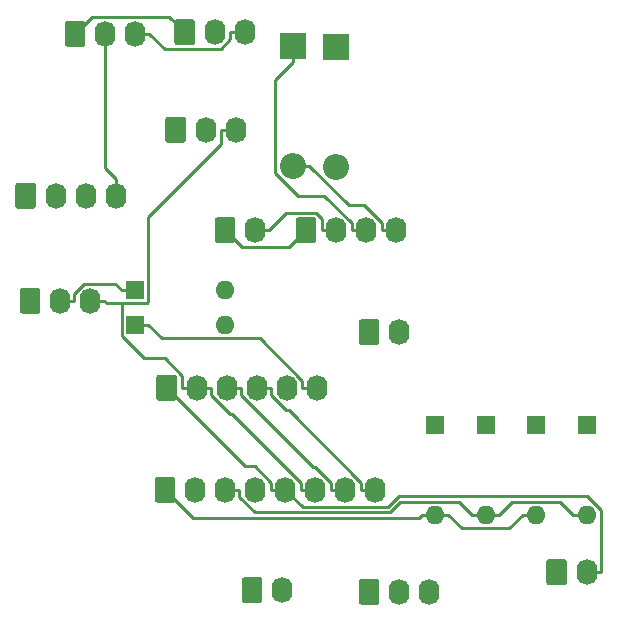
<source format=gbr>
G04 #@! TF.GenerationSoftware,KiCad,Pcbnew,(5.1.5-0-10_14)*
G04 #@! TF.CreationDate,2021-04-18T14:26:12+10:00*
G04 #@! TF.ProjectId,OH - Right Console - 2- Environmental Control System Panel,4f48202d-2052-4696-9768-7420436f6e73,rev?*
G04 #@! TF.SameCoordinates,Original*
G04 #@! TF.FileFunction,Copper,L1,Top*
G04 #@! TF.FilePolarity,Positive*
%FSLAX46Y46*%
G04 Gerber Fmt 4.6, Leading zero omitted, Abs format (unit mm)*
G04 Created by KiCad (PCBNEW (5.1.5-0-10_14)) date 2021-04-18 14:26:12*
%MOMM*%
%LPD*%
G04 APERTURE LIST*
%ADD10O,1.740000X2.200000*%
%ADD11C,0.100000*%
%ADD12O,2.200000X2.200000*%
%ADD13R,2.200000X2.200000*%
%ADD14O,1.600000X1.600000*%
%ADD15R,1.600000X1.600000*%
%ADD16C,0.250000*%
G04 APERTURE END LIST*
D10*
X109855000Y-124460000D03*
G04 #@! TA.AperFunction,ComponentPad*
D11*
G36*
X107959505Y-123361204D02*
G01*
X107983773Y-123364804D01*
X108007572Y-123370765D01*
X108030671Y-123379030D01*
X108052850Y-123389520D01*
X108073893Y-123402132D01*
X108093599Y-123416747D01*
X108111777Y-123433223D01*
X108128253Y-123451401D01*
X108142868Y-123471107D01*
X108155480Y-123492150D01*
X108165970Y-123514329D01*
X108174235Y-123537428D01*
X108180196Y-123561227D01*
X108183796Y-123585495D01*
X108185000Y-123609999D01*
X108185000Y-125310001D01*
X108183796Y-125334505D01*
X108180196Y-125358773D01*
X108174235Y-125382572D01*
X108165970Y-125405671D01*
X108155480Y-125427850D01*
X108142868Y-125448893D01*
X108128253Y-125468599D01*
X108111777Y-125486777D01*
X108093599Y-125503253D01*
X108073893Y-125517868D01*
X108052850Y-125530480D01*
X108030671Y-125540970D01*
X108007572Y-125549235D01*
X107983773Y-125555196D01*
X107959505Y-125558796D01*
X107935001Y-125560000D01*
X106694999Y-125560000D01*
X106670495Y-125558796D01*
X106646227Y-125555196D01*
X106622428Y-125549235D01*
X106599329Y-125540970D01*
X106577150Y-125530480D01*
X106556107Y-125517868D01*
X106536401Y-125503253D01*
X106518223Y-125486777D01*
X106501747Y-125468599D01*
X106487132Y-125448893D01*
X106474520Y-125427850D01*
X106464030Y-125405671D01*
X106455765Y-125382572D01*
X106449804Y-125358773D01*
X106446204Y-125334505D01*
X106445000Y-125310001D01*
X106445000Y-123609999D01*
X106446204Y-123585495D01*
X106449804Y-123561227D01*
X106455765Y-123537428D01*
X106464030Y-123514329D01*
X106474520Y-123492150D01*
X106487132Y-123471107D01*
X106501747Y-123451401D01*
X106518223Y-123433223D01*
X106536401Y-123416747D01*
X106556107Y-123402132D01*
X106577150Y-123389520D01*
X106599329Y-123379030D01*
X106622428Y-123370765D01*
X106646227Y-123364804D01*
X106670495Y-123361204D01*
X106694999Y-123360000D01*
X107935001Y-123360000D01*
X107959505Y-123361204D01*
G37*
G04 #@! TD.AperFunction*
D10*
X109601000Y-115824000D03*
X107061000Y-115824000D03*
X104521000Y-115824000D03*
G04 #@! TA.AperFunction,ComponentPad*
D11*
G36*
X102625505Y-114725204D02*
G01*
X102649773Y-114728804D01*
X102673572Y-114734765D01*
X102696671Y-114743030D01*
X102718850Y-114753520D01*
X102739893Y-114766132D01*
X102759599Y-114780747D01*
X102777777Y-114797223D01*
X102794253Y-114815401D01*
X102808868Y-114835107D01*
X102821480Y-114856150D01*
X102831970Y-114878329D01*
X102840235Y-114901428D01*
X102846196Y-114925227D01*
X102849796Y-114949495D01*
X102851000Y-114973999D01*
X102851000Y-116674001D01*
X102849796Y-116698505D01*
X102846196Y-116722773D01*
X102840235Y-116746572D01*
X102831970Y-116769671D01*
X102821480Y-116791850D01*
X102808868Y-116812893D01*
X102794253Y-116832599D01*
X102777777Y-116850777D01*
X102759599Y-116867253D01*
X102739893Y-116881868D01*
X102718850Y-116894480D01*
X102696671Y-116904970D01*
X102673572Y-116913235D01*
X102649773Y-116919196D01*
X102625505Y-116922796D01*
X102601001Y-116924000D01*
X101360999Y-116924000D01*
X101336495Y-116922796D01*
X101312227Y-116919196D01*
X101288428Y-116913235D01*
X101265329Y-116904970D01*
X101243150Y-116894480D01*
X101222107Y-116881868D01*
X101202401Y-116867253D01*
X101184223Y-116850777D01*
X101167747Y-116832599D01*
X101153132Y-116812893D01*
X101140520Y-116791850D01*
X101130030Y-116769671D01*
X101121765Y-116746572D01*
X101115804Y-116722773D01*
X101112204Y-116698505D01*
X101111000Y-116674001D01*
X101111000Y-114973999D01*
X101112204Y-114949495D01*
X101115804Y-114925227D01*
X101121765Y-114901428D01*
X101130030Y-114878329D01*
X101140520Y-114856150D01*
X101153132Y-114835107D01*
X101167747Y-114815401D01*
X101184223Y-114797223D01*
X101202401Y-114780747D01*
X101222107Y-114766132D01*
X101243150Y-114753520D01*
X101265329Y-114743030D01*
X101288428Y-114734765D01*
X101312227Y-114728804D01*
X101336495Y-114725204D01*
X101360999Y-114724000D01*
X102601001Y-114724000D01*
X102625505Y-114725204D01*
G37*
G04 #@! TD.AperFunction*
D12*
X100838000Y-110363000D03*
D13*
X100838000Y-100203000D03*
D10*
X102870000Y-129159000D03*
X100330000Y-129159000D03*
X97790000Y-129159000D03*
X95250000Y-129159000D03*
X92710000Y-129159000D03*
G04 #@! TA.AperFunction,ComponentPad*
D11*
G36*
X90814505Y-128060204D02*
G01*
X90838773Y-128063804D01*
X90862572Y-128069765D01*
X90885671Y-128078030D01*
X90907850Y-128088520D01*
X90928893Y-128101132D01*
X90948599Y-128115747D01*
X90966777Y-128132223D01*
X90983253Y-128150401D01*
X90997868Y-128170107D01*
X91010480Y-128191150D01*
X91020970Y-128213329D01*
X91029235Y-128236428D01*
X91035196Y-128260227D01*
X91038796Y-128284495D01*
X91040000Y-128308999D01*
X91040000Y-130009001D01*
X91038796Y-130033505D01*
X91035196Y-130057773D01*
X91029235Y-130081572D01*
X91020970Y-130104671D01*
X91010480Y-130126850D01*
X90997868Y-130147893D01*
X90983253Y-130167599D01*
X90966777Y-130185777D01*
X90948599Y-130202253D01*
X90928893Y-130216868D01*
X90907850Y-130229480D01*
X90885671Y-130239970D01*
X90862572Y-130248235D01*
X90838773Y-130254196D01*
X90814505Y-130257796D01*
X90790001Y-130259000D01*
X89549999Y-130259000D01*
X89525495Y-130257796D01*
X89501227Y-130254196D01*
X89477428Y-130248235D01*
X89454329Y-130239970D01*
X89432150Y-130229480D01*
X89411107Y-130216868D01*
X89391401Y-130202253D01*
X89373223Y-130185777D01*
X89356747Y-130167599D01*
X89342132Y-130147893D01*
X89329520Y-130126850D01*
X89319030Y-130104671D01*
X89310765Y-130081572D01*
X89304804Y-130057773D01*
X89301204Y-130033505D01*
X89300000Y-130009001D01*
X89300000Y-128308999D01*
X89301204Y-128284495D01*
X89304804Y-128260227D01*
X89310765Y-128236428D01*
X89319030Y-128213329D01*
X89329520Y-128191150D01*
X89342132Y-128170107D01*
X89356747Y-128150401D01*
X89373223Y-128132223D01*
X89391401Y-128115747D01*
X89411107Y-128101132D01*
X89432150Y-128088520D01*
X89454329Y-128078030D01*
X89477428Y-128069765D01*
X89501227Y-128063804D01*
X89525495Y-128060204D01*
X89549999Y-128059000D01*
X90790001Y-128059000D01*
X90814505Y-128060204D01*
G37*
G04 #@! TD.AperFunction*
D14*
X95123000Y-123825000D03*
D15*
X87503000Y-123825000D03*
D10*
X99949000Y-146304000D03*
G04 #@! TA.AperFunction,ComponentPad*
D11*
G36*
X98053505Y-145205204D02*
G01*
X98077773Y-145208804D01*
X98101572Y-145214765D01*
X98124671Y-145223030D01*
X98146850Y-145233520D01*
X98167893Y-145246132D01*
X98187599Y-145260747D01*
X98205777Y-145277223D01*
X98222253Y-145295401D01*
X98236868Y-145315107D01*
X98249480Y-145336150D01*
X98259970Y-145358329D01*
X98268235Y-145381428D01*
X98274196Y-145405227D01*
X98277796Y-145429495D01*
X98279000Y-145453999D01*
X98279000Y-147154001D01*
X98277796Y-147178505D01*
X98274196Y-147202773D01*
X98268235Y-147226572D01*
X98259970Y-147249671D01*
X98249480Y-147271850D01*
X98236868Y-147292893D01*
X98222253Y-147312599D01*
X98205777Y-147330777D01*
X98187599Y-147347253D01*
X98167893Y-147361868D01*
X98146850Y-147374480D01*
X98124671Y-147384970D01*
X98101572Y-147393235D01*
X98077773Y-147399196D01*
X98053505Y-147402796D01*
X98029001Y-147404000D01*
X96788999Y-147404000D01*
X96764495Y-147402796D01*
X96740227Y-147399196D01*
X96716428Y-147393235D01*
X96693329Y-147384970D01*
X96671150Y-147374480D01*
X96650107Y-147361868D01*
X96630401Y-147347253D01*
X96612223Y-147330777D01*
X96595747Y-147312599D01*
X96581132Y-147292893D01*
X96568520Y-147271850D01*
X96558030Y-147249671D01*
X96549765Y-147226572D01*
X96543804Y-147202773D01*
X96540204Y-147178505D01*
X96539000Y-147154001D01*
X96539000Y-145453999D01*
X96540204Y-145429495D01*
X96543804Y-145405227D01*
X96549765Y-145381428D01*
X96558030Y-145358329D01*
X96568520Y-145336150D01*
X96581132Y-145315107D01*
X96595747Y-145295401D01*
X96612223Y-145277223D01*
X96630401Y-145260747D01*
X96650107Y-145246132D01*
X96671150Y-145233520D01*
X96693329Y-145223030D01*
X96716428Y-145214765D01*
X96740227Y-145208804D01*
X96764495Y-145205204D01*
X96788999Y-145204000D01*
X98029001Y-145204000D01*
X98053505Y-145205204D01*
G37*
G04 #@! TD.AperFunction*
D10*
X112395000Y-146431000D03*
X109855000Y-146431000D03*
G04 #@! TA.AperFunction,ComponentPad*
D11*
G36*
X107959505Y-145332204D02*
G01*
X107983773Y-145335804D01*
X108007572Y-145341765D01*
X108030671Y-145350030D01*
X108052850Y-145360520D01*
X108073893Y-145373132D01*
X108093599Y-145387747D01*
X108111777Y-145404223D01*
X108128253Y-145422401D01*
X108142868Y-145442107D01*
X108155480Y-145463150D01*
X108165970Y-145485329D01*
X108174235Y-145508428D01*
X108180196Y-145532227D01*
X108183796Y-145556495D01*
X108185000Y-145580999D01*
X108185000Y-147281001D01*
X108183796Y-147305505D01*
X108180196Y-147329773D01*
X108174235Y-147353572D01*
X108165970Y-147376671D01*
X108155480Y-147398850D01*
X108142868Y-147419893D01*
X108128253Y-147439599D01*
X108111777Y-147457777D01*
X108093599Y-147474253D01*
X108073893Y-147488868D01*
X108052850Y-147501480D01*
X108030671Y-147511970D01*
X108007572Y-147520235D01*
X107983773Y-147526196D01*
X107959505Y-147529796D01*
X107935001Y-147531000D01*
X106694999Y-147531000D01*
X106670495Y-147529796D01*
X106646227Y-147526196D01*
X106622428Y-147520235D01*
X106599329Y-147511970D01*
X106577150Y-147501480D01*
X106556107Y-147488868D01*
X106536401Y-147474253D01*
X106518223Y-147457777D01*
X106501747Y-147439599D01*
X106487132Y-147419893D01*
X106474520Y-147398850D01*
X106464030Y-147376671D01*
X106455765Y-147353572D01*
X106449804Y-147329773D01*
X106446204Y-147305505D01*
X106445000Y-147281001D01*
X106445000Y-145580999D01*
X106446204Y-145556495D01*
X106449804Y-145532227D01*
X106455765Y-145508428D01*
X106464030Y-145485329D01*
X106474520Y-145463150D01*
X106487132Y-145442107D01*
X106501747Y-145422401D01*
X106518223Y-145404223D01*
X106536401Y-145387747D01*
X106556107Y-145373132D01*
X106577150Y-145360520D01*
X106599329Y-145350030D01*
X106622428Y-145341765D01*
X106646227Y-145335804D01*
X106670495Y-145332204D01*
X106694999Y-145331000D01*
X107935001Y-145331000D01*
X107959505Y-145332204D01*
G37*
G04 #@! TD.AperFunction*
D10*
X125730000Y-144780000D03*
G04 #@! TA.AperFunction,ComponentPad*
D11*
G36*
X123834505Y-143681204D02*
G01*
X123858773Y-143684804D01*
X123882572Y-143690765D01*
X123905671Y-143699030D01*
X123927850Y-143709520D01*
X123948893Y-143722132D01*
X123968599Y-143736747D01*
X123986777Y-143753223D01*
X124003253Y-143771401D01*
X124017868Y-143791107D01*
X124030480Y-143812150D01*
X124040970Y-143834329D01*
X124049235Y-143857428D01*
X124055196Y-143881227D01*
X124058796Y-143905495D01*
X124060000Y-143929999D01*
X124060000Y-145630001D01*
X124058796Y-145654505D01*
X124055196Y-145678773D01*
X124049235Y-145702572D01*
X124040970Y-145725671D01*
X124030480Y-145747850D01*
X124017868Y-145768893D01*
X124003253Y-145788599D01*
X123986777Y-145806777D01*
X123968599Y-145823253D01*
X123948893Y-145837868D01*
X123927850Y-145850480D01*
X123905671Y-145860970D01*
X123882572Y-145869235D01*
X123858773Y-145875196D01*
X123834505Y-145878796D01*
X123810001Y-145880000D01*
X122569999Y-145880000D01*
X122545495Y-145878796D01*
X122521227Y-145875196D01*
X122497428Y-145869235D01*
X122474329Y-145860970D01*
X122452150Y-145850480D01*
X122431107Y-145837868D01*
X122411401Y-145823253D01*
X122393223Y-145806777D01*
X122376747Y-145788599D01*
X122362132Y-145768893D01*
X122349520Y-145747850D01*
X122339030Y-145725671D01*
X122330765Y-145702572D01*
X122324804Y-145678773D01*
X122321204Y-145654505D01*
X122320000Y-145630001D01*
X122320000Y-143929999D01*
X122321204Y-143905495D01*
X122324804Y-143881227D01*
X122330765Y-143857428D01*
X122339030Y-143834329D01*
X122349520Y-143812150D01*
X122362132Y-143791107D01*
X122376747Y-143771401D01*
X122393223Y-143753223D01*
X122411401Y-143736747D01*
X122431107Y-143722132D01*
X122452150Y-143709520D01*
X122474329Y-143699030D01*
X122497428Y-143690765D01*
X122521227Y-143684804D01*
X122545495Y-143681204D01*
X122569999Y-143680000D01*
X123810001Y-143680000D01*
X123834505Y-143681204D01*
G37*
G04 #@! TD.AperFunction*
D10*
X83693000Y-121793000D03*
X81153000Y-121793000D03*
G04 #@! TA.AperFunction,ComponentPad*
D11*
G36*
X79257505Y-120694204D02*
G01*
X79281773Y-120697804D01*
X79305572Y-120703765D01*
X79328671Y-120712030D01*
X79350850Y-120722520D01*
X79371893Y-120735132D01*
X79391599Y-120749747D01*
X79409777Y-120766223D01*
X79426253Y-120784401D01*
X79440868Y-120804107D01*
X79453480Y-120825150D01*
X79463970Y-120847329D01*
X79472235Y-120870428D01*
X79478196Y-120894227D01*
X79481796Y-120918495D01*
X79483000Y-120942999D01*
X79483000Y-122643001D01*
X79481796Y-122667505D01*
X79478196Y-122691773D01*
X79472235Y-122715572D01*
X79463970Y-122738671D01*
X79453480Y-122760850D01*
X79440868Y-122781893D01*
X79426253Y-122801599D01*
X79409777Y-122819777D01*
X79391599Y-122836253D01*
X79371893Y-122850868D01*
X79350850Y-122863480D01*
X79328671Y-122873970D01*
X79305572Y-122882235D01*
X79281773Y-122888196D01*
X79257505Y-122891796D01*
X79233001Y-122893000D01*
X77992999Y-122893000D01*
X77968495Y-122891796D01*
X77944227Y-122888196D01*
X77920428Y-122882235D01*
X77897329Y-122873970D01*
X77875150Y-122863480D01*
X77854107Y-122850868D01*
X77834401Y-122836253D01*
X77816223Y-122819777D01*
X77799747Y-122801599D01*
X77785132Y-122781893D01*
X77772520Y-122760850D01*
X77762030Y-122738671D01*
X77753765Y-122715572D01*
X77747804Y-122691773D01*
X77744204Y-122667505D01*
X77743000Y-122643001D01*
X77743000Y-120942999D01*
X77744204Y-120918495D01*
X77747804Y-120894227D01*
X77753765Y-120870428D01*
X77762030Y-120847329D01*
X77772520Y-120825150D01*
X77785132Y-120804107D01*
X77799747Y-120784401D01*
X77816223Y-120766223D01*
X77834401Y-120749747D01*
X77854107Y-120735132D01*
X77875150Y-120722520D01*
X77897329Y-120712030D01*
X77920428Y-120703765D01*
X77944227Y-120697804D01*
X77968495Y-120694204D01*
X77992999Y-120693000D01*
X79233001Y-120693000D01*
X79257505Y-120694204D01*
G37*
G04 #@! TD.AperFunction*
D10*
X96012000Y-107315000D03*
X93472000Y-107315000D03*
G04 #@! TA.AperFunction,ComponentPad*
D11*
G36*
X91576505Y-106216204D02*
G01*
X91600773Y-106219804D01*
X91624572Y-106225765D01*
X91647671Y-106234030D01*
X91669850Y-106244520D01*
X91690893Y-106257132D01*
X91710599Y-106271747D01*
X91728777Y-106288223D01*
X91745253Y-106306401D01*
X91759868Y-106326107D01*
X91772480Y-106347150D01*
X91782970Y-106369329D01*
X91791235Y-106392428D01*
X91797196Y-106416227D01*
X91800796Y-106440495D01*
X91802000Y-106464999D01*
X91802000Y-108165001D01*
X91800796Y-108189505D01*
X91797196Y-108213773D01*
X91791235Y-108237572D01*
X91782970Y-108260671D01*
X91772480Y-108282850D01*
X91759868Y-108303893D01*
X91745253Y-108323599D01*
X91728777Y-108341777D01*
X91710599Y-108358253D01*
X91690893Y-108372868D01*
X91669850Y-108385480D01*
X91647671Y-108395970D01*
X91624572Y-108404235D01*
X91600773Y-108410196D01*
X91576505Y-108413796D01*
X91552001Y-108415000D01*
X90311999Y-108415000D01*
X90287495Y-108413796D01*
X90263227Y-108410196D01*
X90239428Y-108404235D01*
X90216329Y-108395970D01*
X90194150Y-108385480D01*
X90173107Y-108372868D01*
X90153401Y-108358253D01*
X90135223Y-108341777D01*
X90118747Y-108323599D01*
X90104132Y-108303893D01*
X90091520Y-108282850D01*
X90081030Y-108260671D01*
X90072765Y-108237572D01*
X90066804Y-108213773D01*
X90063204Y-108189505D01*
X90062000Y-108165001D01*
X90062000Y-106464999D01*
X90063204Y-106440495D01*
X90066804Y-106416227D01*
X90072765Y-106392428D01*
X90081030Y-106369329D01*
X90091520Y-106347150D01*
X90104132Y-106326107D01*
X90118747Y-106306401D01*
X90135223Y-106288223D01*
X90153401Y-106271747D01*
X90173107Y-106257132D01*
X90194150Y-106244520D01*
X90216329Y-106234030D01*
X90239428Y-106225765D01*
X90263227Y-106219804D01*
X90287495Y-106216204D01*
X90311999Y-106215000D01*
X91552001Y-106215000D01*
X91576505Y-106216204D01*
G37*
G04 #@! TD.AperFunction*
D10*
X97663000Y-115824000D03*
G04 #@! TA.AperFunction,ComponentPad*
D11*
G36*
X95767505Y-114725204D02*
G01*
X95791773Y-114728804D01*
X95815572Y-114734765D01*
X95838671Y-114743030D01*
X95860850Y-114753520D01*
X95881893Y-114766132D01*
X95901599Y-114780747D01*
X95919777Y-114797223D01*
X95936253Y-114815401D01*
X95950868Y-114835107D01*
X95963480Y-114856150D01*
X95973970Y-114878329D01*
X95982235Y-114901428D01*
X95988196Y-114925227D01*
X95991796Y-114949495D01*
X95993000Y-114973999D01*
X95993000Y-116674001D01*
X95991796Y-116698505D01*
X95988196Y-116722773D01*
X95982235Y-116746572D01*
X95973970Y-116769671D01*
X95963480Y-116791850D01*
X95950868Y-116812893D01*
X95936253Y-116832599D01*
X95919777Y-116850777D01*
X95901599Y-116867253D01*
X95881893Y-116881868D01*
X95860850Y-116894480D01*
X95838671Y-116904970D01*
X95815572Y-116913235D01*
X95791773Y-116919196D01*
X95767505Y-116922796D01*
X95743001Y-116924000D01*
X94502999Y-116924000D01*
X94478495Y-116922796D01*
X94454227Y-116919196D01*
X94430428Y-116913235D01*
X94407329Y-116904970D01*
X94385150Y-116894480D01*
X94364107Y-116881868D01*
X94344401Y-116867253D01*
X94326223Y-116850777D01*
X94309747Y-116832599D01*
X94295132Y-116812893D01*
X94282520Y-116791850D01*
X94272030Y-116769671D01*
X94263765Y-116746572D01*
X94257804Y-116722773D01*
X94254204Y-116698505D01*
X94253000Y-116674001D01*
X94253000Y-114973999D01*
X94254204Y-114949495D01*
X94257804Y-114925227D01*
X94263765Y-114901428D01*
X94272030Y-114878329D01*
X94282520Y-114856150D01*
X94295132Y-114835107D01*
X94309747Y-114815401D01*
X94326223Y-114797223D01*
X94344401Y-114780747D01*
X94364107Y-114766132D01*
X94385150Y-114753520D01*
X94407329Y-114743030D01*
X94430428Y-114734765D01*
X94454227Y-114728804D01*
X94478495Y-114725204D01*
X94502999Y-114724000D01*
X95743001Y-114724000D01*
X95767505Y-114725204D01*
G37*
G04 #@! TD.AperFunction*
D10*
X87503000Y-99187000D03*
X84963000Y-99187000D03*
G04 #@! TA.AperFunction,ComponentPad*
D11*
G36*
X83067505Y-98088204D02*
G01*
X83091773Y-98091804D01*
X83115572Y-98097765D01*
X83138671Y-98106030D01*
X83160850Y-98116520D01*
X83181893Y-98129132D01*
X83201599Y-98143747D01*
X83219777Y-98160223D01*
X83236253Y-98178401D01*
X83250868Y-98198107D01*
X83263480Y-98219150D01*
X83273970Y-98241329D01*
X83282235Y-98264428D01*
X83288196Y-98288227D01*
X83291796Y-98312495D01*
X83293000Y-98336999D01*
X83293000Y-100037001D01*
X83291796Y-100061505D01*
X83288196Y-100085773D01*
X83282235Y-100109572D01*
X83273970Y-100132671D01*
X83263480Y-100154850D01*
X83250868Y-100175893D01*
X83236253Y-100195599D01*
X83219777Y-100213777D01*
X83201599Y-100230253D01*
X83181893Y-100244868D01*
X83160850Y-100257480D01*
X83138671Y-100267970D01*
X83115572Y-100276235D01*
X83091773Y-100282196D01*
X83067505Y-100285796D01*
X83043001Y-100287000D01*
X81802999Y-100287000D01*
X81778495Y-100285796D01*
X81754227Y-100282196D01*
X81730428Y-100276235D01*
X81707329Y-100267970D01*
X81685150Y-100257480D01*
X81664107Y-100244868D01*
X81644401Y-100230253D01*
X81626223Y-100213777D01*
X81609747Y-100195599D01*
X81595132Y-100175893D01*
X81582520Y-100154850D01*
X81572030Y-100132671D01*
X81563765Y-100109572D01*
X81557804Y-100085773D01*
X81554204Y-100061505D01*
X81553000Y-100037001D01*
X81553000Y-98336999D01*
X81554204Y-98312495D01*
X81557804Y-98288227D01*
X81563765Y-98264428D01*
X81572030Y-98241329D01*
X81582520Y-98219150D01*
X81595132Y-98198107D01*
X81609747Y-98178401D01*
X81626223Y-98160223D01*
X81644401Y-98143747D01*
X81664107Y-98129132D01*
X81685150Y-98116520D01*
X81707329Y-98106030D01*
X81730428Y-98097765D01*
X81754227Y-98091804D01*
X81778495Y-98088204D01*
X81802999Y-98087000D01*
X83043001Y-98087000D01*
X83067505Y-98088204D01*
G37*
G04 #@! TD.AperFunction*
D10*
X96774000Y-99060000D03*
X94234000Y-99060000D03*
G04 #@! TA.AperFunction,ComponentPad*
D11*
G36*
X92338505Y-97961204D02*
G01*
X92362773Y-97964804D01*
X92386572Y-97970765D01*
X92409671Y-97979030D01*
X92431850Y-97989520D01*
X92452893Y-98002132D01*
X92472599Y-98016747D01*
X92490777Y-98033223D01*
X92507253Y-98051401D01*
X92521868Y-98071107D01*
X92534480Y-98092150D01*
X92544970Y-98114329D01*
X92553235Y-98137428D01*
X92559196Y-98161227D01*
X92562796Y-98185495D01*
X92564000Y-98209999D01*
X92564000Y-99910001D01*
X92562796Y-99934505D01*
X92559196Y-99958773D01*
X92553235Y-99982572D01*
X92544970Y-100005671D01*
X92534480Y-100027850D01*
X92521868Y-100048893D01*
X92507253Y-100068599D01*
X92490777Y-100086777D01*
X92472599Y-100103253D01*
X92452893Y-100117868D01*
X92431850Y-100130480D01*
X92409671Y-100140970D01*
X92386572Y-100149235D01*
X92362773Y-100155196D01*
X92338505Y-100158796D01*
X92314001Y-100160000D01*
X91073999Y-100160000D01*
X91049495Y-100158796D01*
X91025227Y-100155196D01*
X91001428Y-100149235D01*
X90978329Y-100140970D01*
X90956150Y-100130480D01*
X90935107Y-100117868D01*
X90915401Y-100103253D01*
X90897223Y-100086777D01*
X90880747Y-100068599D01*
X90866132Y-100048893D01*
X90853520Y-100027850D01*
X90843030Y-100005671D01*
X90834765Y-99982572D01*
X90828804Y-99958773D01*
X90825204Y-99934505D01*
X90824000Y-99910001D01*
X90824000Y-98209999D01*
X90825204Y-98185495D01*
X90828804Y-98161227D01*
X90834765Y-98137428D01*
X90843030Y-98114329D01*
X90853520Y-98092150D01*
X90866132Y-98071107D01*
X90880747Y-98051401D01*
X90897223Y-98033223D01*
X90915401Y-98016747D01*
X90935107Y-98002132D01*
X90956150Y-97989520D01*
X90978329Y-97979030D01*
X91001428Y-97970765D01*
X91025227Y-97964804D01*
X91049495Y-97961204D01*
X91073999Y-97960000D01*
X92314001Y-97960000D01*
X92338505Y-97961204D01*
G37*
G04 #@! TD.AperFunction*
D10*
X85852000Y-112903000D03*
X83312000Y-112903000D03*
X80772000Y-112903000D03*
G04 #@! TA.AperFunction,ComponentPad*
D11*
G36*
X78876505Y-111804204D02*
G01*
X78900773Y-111807804D01*
X78924572Y-111813765D01*
X78947671Y-111822030D01*
X78969850Y-111832520D01*
X78990893Y-111845132D01*
X79010599Y-111859747D01*
X79028777Y-111876223D01*
X79045253Y-111894401D01*
X79059868Y-111914107D01*
X79072480Y-111935150D01*
X79082970Y-111957329D01*
X79091235Y-111980428D01*
X79097196Y-112004227D01*
X79100796Y-112028495D01*
X79102000Y-112052999D01*
X79102000Y-113753001D01*
X79100796Y-113777505D01*
X79097196Y-113801773D01*
X79091235Y-113825572D01*
X79082970Y-113848671D01*
X79072480Y-113870850D01*
X79059868Y-113891893D01*
X79045253Y-113911599D01*
X79028777Y-113929777D01*
X79010599Y-113946253D01*
X78990893Y-113960868D01*
X78969850Y-113973480D01*
X78947671Y-113983970D01*
X78924572Y-113992235D01*
X78900773Y-113998196D01*
X78876505Y-114001796D01*
X78852001Y-114003000D01*
X77611999Y-114003000D01*
X77587495Y-114001796D01*
X77563227Y-113998196D01*
X77539428Y-113992235D01*
X77516329Y-113983970D01*
X77494150Y-113973480D01*
X77473107Y-113960868D01*
X77453401Y-113946253D01*
X77435223Y-113929777D01*
X77418747Y-113911599D01*
X77404132Y-113891893D01*
X77391520Y-113870850D01*
X77381030Y-113848671D01*
X77372765Y-113825572D01*
X77366804Y-113801773D01*
X77363204Y-113777505D01*
X77362000Y-113753001D01*
X77362000Y-112052999D01*
X77363204Y-112028495D01*
X77366804Y-112004227D01*
X77372765Y-111980428D01*
X77381030Y-111957329D01*
X77391520Y-111935150D01*
X77404132Y-111914107D01*
X77418747Y-111894401D01*
X77435223Y-111876223D01*
X77453401Y-111859747D01*
X77473107Y-111845132D01*
X77494150Y-111832520D01*
X77516329Y-111822030D01*
X77539428Y-111813765D01*
X77563227Y-111807804D01*
X77587495Y-111804204D01*
X77611999Y-111803000D01*
X78852001Y-111803000D01*
X78876505Y-111804204D01*
G37*
G04 #@! TD.AperFunction*
D10*
X107823000Y-137795000D03*
X105283000Y-137795000D03*
X102743000Y-137795000D03*
X100203000Y-137795000D03*
X97663000Y-137795000D03*
X95123000Y-137795000D03*
X92583000Y-137795000D03*
G04 #@! TA.AperFunction,ComponentPad*
D11*
G36*
X90687505Y-136696204D02*
G01*
X90711773Y-136699804D01*
X90735572Y-136705765D01*
X90758671Y-136714030D01*
X90780850Y-136724520D01*
X90801893Y-136737132D01*
X90821599Y-136751747D01*
X90839777Y-136768223D01*
X90856253Y-136786401D01*
X90870868Y-136806107D01*
X90883480Y-136827150D01*
X90893970Y-136849329D01*
X90902235Y-136872428D01*
X90908196Y-136896227D01*
X90911796Y-136920495D01*
X90913000Y-136944999D01*
X90913000Y-138645001D01*
X90911796Y-138669505D01*
X90908196Y-138693773D01*
X90902235Y-138717572D01*
X90893970Y-138740671D01*
X90883480Y-138762850D01*
X90870868Y-138783893D01*
X90856253Y-138803599D01*
X90839777Y-138821777D01*
X90821599Y-138838253D01*
X90801893Y-138852868D01*
X90780850Y-138865480D01*
X90758671Y-138875970D01*
X90735572Y-138884235D01*
X90711773Y-138890196D01*
X90687505Y-138893796D01*
X90663001Y-138895000D01*
X89422999Y-138895000D01*
X89398495Y-138893796D01*
X89374227Y-138890196D01*
X89350428Y-138884235D01*
X89327329Y-138875970D01*
X89305150Y-138865480D01*
X89284107Y-138852868D01*
X89264401Y-138838253D01*
X89246223Y-138821777D01*
X89229747Y-138803599D01*
X89215132Y-138783893D01*
X89202520Y-138762850D01*
X89192030Y-138740671D01*
X89183765Y-138717572D01*
X89177804Y-138693773D01*
X89174204Y-138669505D01*
X89173000Y-138645001D01*
X89173000Y-136944999D01*
X89174204Y-136920495D01*
X89177804Y-136896227D01*
X89183765Y-136872428D01*
X89192030Y-136849329D01*
X89202520Y-136827150D01*
X89215132Y-136806107D01*
X89229747Y-136786401D01*
X89246223Y-136768223D01*
X89264401Y-136751747D01*
X89284107Y-136737132D01*
X89305150Y-136724520D01*
X89327329Y-136714030D01*
X89350428Y-136705765D01*
X89374227Y-136699804D01*
X89398495Y-136696204D01*
X89422999Y-136695000D01*
X90663001Y-136695000D01*
X90687505Y-136696204D01*
G37*
G04 #@! TD.AperFunction*
D12*
X104521000Y-110490000D03*
D13*
X104521000Y-100330000D03*
D14*
X117179000Y-139954000D03*
D15*
X117179000Y-132334000D03*
D14*
X121454000Y-139954000D03*
D15*
X121454000Y-132334000D03*
D14*
X125730000Y-139954000D03*
D15*
X125730000Y-132334000D03*
D14*
X95123000Y-120904000D03*
D15*
X87503000Y-120904000D03*
D14*
X112903000Y-139954000D03*
D15*
X112903000Y-132334000D03*
D16*
X112903000Y-139954000D02*
X111777700Y-139954000D01*
X90043000Y-137795000D02*
X92424200Y-140176200D01*
X92424200Y-140176200D02*
X111555500Y-140176200D01*
X111555500Y-140176200D02*
X111777700Y-139954000D01*
X121454000Y-139954000D02*
X120328700Y-139954000D01*
X112903000Y-139954000D02*
X114028300Y-139954000D01*
X114028300Y-139954000D02*
X115153600Y-141079300D01*
X115153600Y-141079300D02*
X119203400Y-141079300D01*
X119203400Y-141079300D02*
X120328700Y-139954000D01*
X87503000Y-120904000D02*
X86377700Y-120904000D01*
X81153000Y-121793000D02*
X82348300Y-121793000D01*
X82348300Y-121793000D02*
X82348300Y-121195300D01*
X82348300Y-121195300D02*
X83191800Y-120351800D01*
X83191800Y-120351800D02*
X85825500Y-120351800D01*
X85825500Y-120351800D02*
X86377700Y-120904000D01*
X116053700Y-139954000D02*
X114928400Y-138828700D01*
X114928400Y-138828700D02*
X109966500Y-138828700D01*
X109966500Y-138828700D02*
X109069400Y-139725800D01*
X109069400Y-139725800D02*
X97651400Y-139725800D01*
X97651400Y-139725800D02*
X96318300Y-138392700D01*
X96318300Y-138392700D02*
X96318300Y-137795000D01*
X117179000Y-139954000D02*
X118304300Y-139954000D01*
X125730000Y-139954000D02*
X124604700Y-139954000D01*
X124604700Y-139954000D02*
X123479400Y-138828700D01*
X123479400Y-138828700D02*
X119429600Y-138828700D01*
X119429600Y-138828700D02*
X118304300Y-139954000D01*
X117179000Y-139954000D02*
X116053700Y-139954000D01*
X95123000Y-137795000D02*
X96318300Y-137795000D01*
X102870000Y-129159000D02*
X101674700Y-129159000D01*
X87503000Y-123825000D02*
X88628300Y-123825000D01*
X88628300Y-123825000D02*
X89753600Y-124950300D01*
X89753600Y-124950300D02*
X98063600Y-124950300D01*
X98063600Y-124950300D02*
X101674700Y-128561400D01*
X101674700Y-128561400D02*
X101674700Y-129159000D01*
X97790000Y-129159000D02*
X98985300Y-129159000D01*
X107823000Y-137795000D02*
X106627700Y-137795000D01*
X106627700Y-137795000D02*
X106627700Y-137197400D01*
X106627700Y-137197400D02*
X100502200Y-131071900D01*
X100502200Y-131071900D02*
X100302400Y-131071900D01*
X100302400Y-131071900D02*
X98985300Y-129754800D01*
X98985300Y-129754800D02*
X98985300Y-129159000D01*
X105283000Y-137795000D02*
X104087700Y-137795000D01*
X95250000Y-129159000D02*
X96445300Y-129159000D01*
X96445300Y-129159000D02*
X96445300Y-129756600D01*
X96445300Y-129756600D02*
X102570800Y-135882100D01*
X102570800Y-135882100D02*
X102770600Y-135882100D01*
X102770600Y-135882100D02*
X104087700Y-137199200D01*
X104087700Y-137199200D02*
X104087700Y-137795000D01*
X86375800Y-122029400D02*
X85124700Y-122029400D01*
X85124700Y-122029400D02*
X84888300Y-121793000D01*
X94816700Y-107315000D02*
X94816700Y-108510300D01*
X94816700Y-108510300D02*
X88628400Y-114698600D01*
X88628400Y-114698600D02*
X88628400Y-121902800D01*
X88628400Y-121902800D02*
X88501800Y-122029400D01*
X88501800Y-122029400D02*
X86375800Y-122029400D01*
X86375800Y-122029400D02*
X86375800Y-124777400D01*
X86375800Y-124777400D02*
X88268600Y-126670200D01*
X88268600Y-126670200D02*
X89997100Y-126670200D01*
X89997100Y-126670200D02*
X91514700Y-128187800D01*
X91514700Y-128187800D02*
X91514700Y-129159000D01*
X92710000Y-129159000D02*
X91514700Y-129159000D01*
X83693000Y-121793000D02*
X84888300Y-121793000D01*
X96012000Y-107315000D02*
X94816700Y-107315000D01*
X92710000Y-129159000D02*
X93905300Y-129159000D01*
X102743000Y-137795000D02*
X101547700Y-137795000D01*
X101547700Y-137795000D02*
X101547700Y-137197400D01*
X101547700Y-137197400D02*
X95721000Y-131370700D01*
X95721000Y-131370700D02*
X95521200Y-131370700D01*
X95521200Y-131370700D02*
X93905300Y-129754800D01*
X93905300Y-129754800D02*
X93905300Y-129159000D01*
X126925300Y-144780000D02*
X126925300Y-139537900D01*
X126925300Y-139537900D02*
X125736500Y-138349100D01*
X125736500Y-138349100D02*
X109809100Y-138349100D01*
X109809100Y-138349100D02*
X108882800Y-139275400D01*
X108882800Y-139275400D02*
X101683400Y-139275400D01*
X101683400Y-139275400D02*
X100203000Y-137795000D01*
X100203000Y-137795000D02*
X99007700Y-137795000D01*
X90170000Y-129159000D02*
X96842000Y-135831000D01*
X96842000Y-135831000D02*
X97641300Y-135831000D01*
X97641300Y-135831000D02*
X99007700Y-137197400D01*
X99007700Y-137197400D02*
X99007700Y-137795000D01*
X125730000Y-144780000D02*
X126925300Y-144780000D01*
X85852000Y-112903000D02*
X85852000Y-111477700D01*
X84963000Y-99187000D02*
X84963000Y-110588700D01*
X84963000Y-110588700D02*
X85852000Y-111477700D01*
X87503000Y-99187000D02*
X88698300Y-99187000D01*
X96774000Y-99060000D02*
X95578700Y-99060000D01*
X95578700Y-99060000D02*
X95578700Y-99657600D01*
X95578700Y-99657600D02*
X94747600Y-100488700D01*
X94747600Y-100488700D02*
X90000000Y-100488700D01*
X90000000Y-100488700D02*
X88698300Y-99187000D01*
X91694000Y-99060000D02*
X90369000Y-97735000D01*
X90369000Y-97735000D02*
X83875000Y-97735000D01*
X83875000Y-97735000D02*
X82423000Y-99187000D01*
X97663000Y-115824000D02*
X98858300Y-115824000D01*
X104521000Y-115824000D02*
X103325700Y-115824000D01*
X103325700Y-115824000D02*
X103325700Y-114852800D01*
X103325700Y-114852800D02*
X102839000Y-114366100D01*
X102839000Y-114366100D02*
X100316200Y-114366100D01*
X100316200Y-114366100D02*
X98858300Y-115824000D01*
X101981000Y-115824000D02*
X100516100Y-117288900D01*
X100516100Y-117288900D02*
X96587900Y-117288900D01*
X96587900Y-117288900D02*
X95123000Y-115824000D01*
X108405700Y-115824000D02*
X108405700Y-115226400D01*
X108405700Y-115226400D02*
X106862400Y-113683100D01*
X106862400Y-113683100D02*
X105583400Y-113683100D01*
X105583400Y-113683100D02*
X102263300Y-110363000D01*
X109601000Y-115824000D02*
X108405700Y-115824000D01*
X100838000Y-110363000D02*
X102263300Y-110363000D01*
X107061000Y-115824000D02*
X105865700Y-115824000D01*
X100838000Y-100203000D02*
X100838000Y-101628300D01*
X100838000Y-101628300D02*
X99393000Y-103073300D01*
X99393000Y-103073300D02*
X99393000Y-110995200D01*
X99393000Y-110995200D02*
X101292700Y-112894900D01*
X101292700Y-112894900D02*
X103534200Y-112894900D01*
X103534200Y-112894900D02*
X105865700Y-115226400D01*
X105865700Y-115226400D02*
X105865700Y-115824000D01*
M02*

</source>
